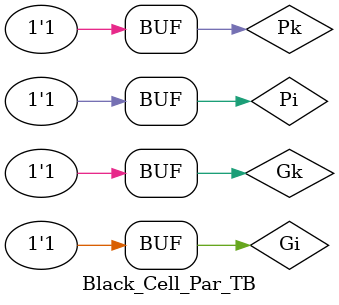
<source format=v>


module Black_Cell_Par_TB ();
	reg Gi;
	reg Pi;
	reg Gk;
	reg Pk;
	wire Go;
	wire Po;

	Black_Cell_Par uut(Gi, Pi, Gk, Pk, Go, Po);

	initial begin 
		Gi = 1'b0;
		Pi = 1'b0;
		Gk = 1'b0;
		Pk = 1'b0;
	#10
		Gi = 1'b0;
		Pi = 1'b0;
		Gk = 1'b0;
		Pk = 1'b1;
	#10
		Gi = 1'b0;
		Pi = 1'b0;
		Gk = 1'b1;
		Pk = 1'b0;
	#10
		Gi = 1'b0;
		Pi = 1'b0;
		Gk = 1'b1;
		Pk = 1'b1;
	#10
		Gi = 1'b0;
		Pi = 1'b1;
		Gk = 1'b0;
		Pk = 1'b0;
	#10
		Gi = 1'b0;
		Pi = 1'b1;
		Gk = 1'b0;
		Pk = 1'b1;
	#10
		Gi = 1'b0;
		Pi = 1'b1;
		Gk = 1'b1;
		Pk = 1'b0;
	#10
		Gi = 1'b0;
		Pi = 1'b1;
		Gk = 1'b1;
		Pk = 1'b1;
	#10
		Gi = 1'b1;
		Pi = 1'b0;
		Gk = 1'b0;
		Pk = 1'b0;
	#10
		Gi = 1'b1;
		Pi = 1'b0;
		Gk = 1'b0;
		Pk = 1'b1;
	#10
		Gi = 1'b1;
		Pi = 1'b0;
		Gk = 1'b1;
		Pk = 1'b0;
	#10
		Gi = 1'b1;
		Pi = 1'b0;
		Gk = 1'b1;
		Pk = 1'b1;
	#10
		Gi = 1'b1;
		Pi = 1'b1;
		Gk = 1'b0;
		Pk = 1'b0;
	#10
		Gi = 1'b1;
		Pi = 1'b1;
		Gk = 1'b0;
		Pk = 1'b1;
	#10
		Gi = 1'b1;
		Pi = 1'b1;
		Gk = 1'b1;
		Pk = 1'b0;
	#10
		Gi = 1'b1;
		Pi = 1'b1;
		Gk = 1'b1;
		Pk = 1'b1;
	#10;
	end
endmodule

</source>
